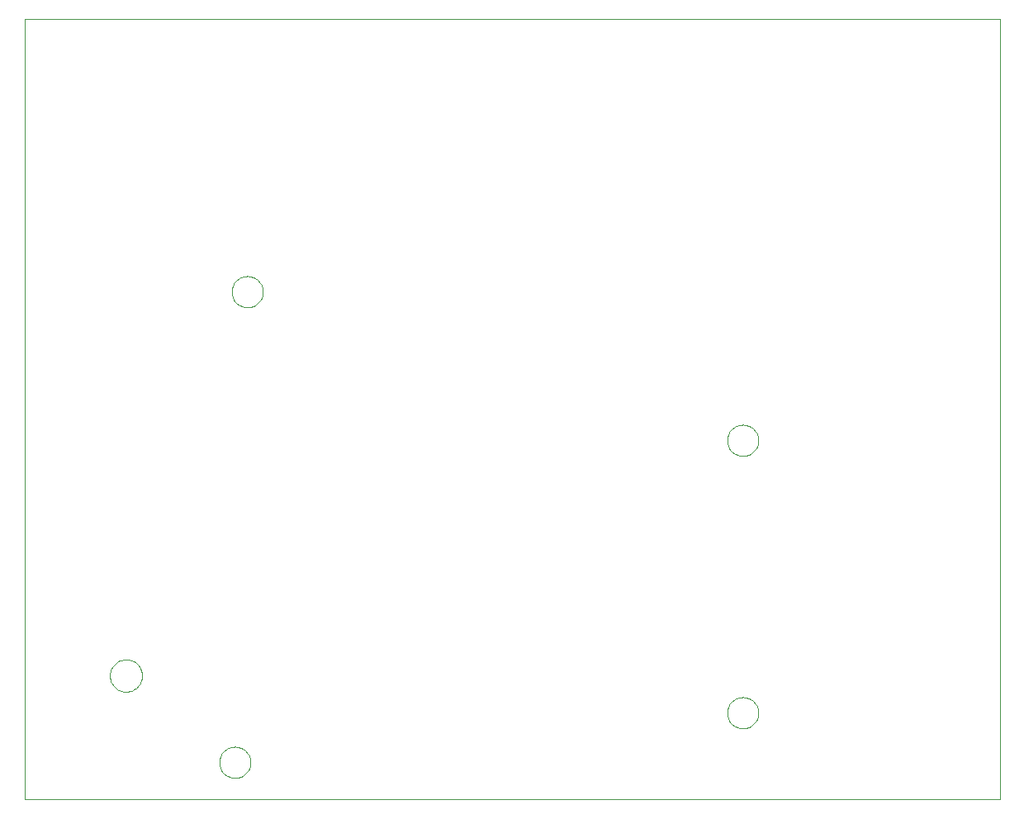
<source format=gbo>
G75*
%MOIN*%
%OFA0B0*%
%FSLAX24Y24*%
%IPPOS*%
%LPD*%
%AMOC8*
5,1,8,0,0,1.08239X$1,22.5*
%
%ADD10C,0.0000*%
D10*
X000100Y000100D02*
X000100Y031596D01*
X039470Y031596D01*
X039470Y000100D01*
X000100Y000100D01*
X003550Y005100D02*
X003552Y005150D01*
X003558Y005200D01*
X003568Y005250D01*
X003581Y005298D01*
X003598Y005346D01*
X003619Y005392D01*
X003643Y005436D01*
X003671Y005478D01*
X003702Y005518D01*
X003736Y005555D01*
X003773Y005590D01*
X003812Y005621D01*
X003853Y005650D01*
X003897Y005675D01*
X003943Y005697D01*
X003990Y005715D01*
X004038Y005729D01*
X004087Y005740D01*
X004137Y005747D01*
X004187Y005750D01*
X004238Y005749D01*
X004288Y005744D01*
X004338Y005735D01*
X004386Y005723D01*
X004434Y005706D01*
X004480Y005686D01*
X004525Y005663D01*
X004568Y005636D01*
X004608Y005606D01*
X004646Y005573D01*
X004681Y005537D01*
X004714Y005498D01*
X004743Y005457D01*
X004769Y005414D01*
X004792Y005369D01*
X004811Y005322D01*
X004826Y005274D01*
X004838Y005225D01*
X004846Y005175D01*
X004850Y005125D01*
X004850Y005075D01*
X004846Y005025D01*
X004838Y004975D01*
X004826Y004926D01*
X004811Y004878D01*
X004792Y004831D01*
X004769Y004786D01*
X004743Y004743D01*
X004714Y004702D01*
X004681Y004663D01*
X004646Y004627D01*
X004608Y004594D01*
X004568Y004564D01*
X004525Y004537D01*
X004480Y004514D01*
X004434Y004494D01*
X004386Y004477D01*
X004338Y004465D01*
X004288Y004456D01*
X004238Y004451D01*
X004187Y004450D01*
X004137Y004453D01*
X004087Y004460D01*
X004038Y004471D01*
X003990Y004485D01*
X003943Y004503D01*
X003897Y004525D01*
X003853Y004550D01*
X003812Y004579D01*
X003773Y004610D01*
X003736Y004645D01*
X003702Y004682D01*
X003671Y004722D01*
X003643Y004764D01*
X003619Y004808D01*
X003598Y004854D01*
X003581Y004902D01*
X003568Y004950D01*
X003558Y005000D01*
X003552Y005050D01*
X003550Y005100D01*
X007970Y001600D02*
X007972Y001650D01*
X007978Y001700D01*
X007988Y001749D01*
X008002Y001797D01*
X008019Y001844D01*
X008040Y001889D01*
X008065Y001933D01*
X008093Y001974D01*
X008125Y002013D01*
X008159Y002050D01*
X008196Y002084D01*
X008236Y002114D01*
X008278Y002141D01*
X008322Y002165D01*
X008368Y002186D01*
X008415Y002202D01*
X008463Y002215D01*
X008513Y002224D01*
X008562Y002229D01*
X008613Y002230D01*
X008663Y002227D01*
X008712Y002220D01*
X008761Y002209D01*
X008809Y002194D01*
X008855Y002176D01*
X008900Y002154D01*
X008943Y002128D01*
X008984Y002099D01*
X009023Y002067D01*
X009059Y002032D01*
X009091Y001994D01*
X009121Y001954D01*
X009148Y001911D01*
X009171Y001867D01*
X009190Y001821D01*
X009206Y001773D01*
X009218Y001724D01*
X009226Y001675D01*
X009230Y001625D01*
X009230Y001575D01*
X009226Y001525D01*
X009218Y001476D01*
X009206Y001427D01*
X009190Y001379D01*
X009171Y001333D01*
X009148Y001289D01*
X009121Y001246D01*
X009091Y001206D01*
X009059Y001168D01*
X009023Y001133D01*
X008984Y001101D01*
X008943Y001072D01*
X008900Y001046D01*
X008855Y001024D01*
X008809Y001006D01*
X008761Y000991D01*
X008712Y000980D01*
X008663Y000973D01*
X008613Y000970D01*
X008562Y000971D01*
X008513Y000976D01*
X008463Y000985D01*
X008415Y000998D01*
X008368Y001014D01*
X008322Y001035D01*
X008278Y001059D01*
X008236Y001086D01*
X008196Y001116D01*
X008159Y001150D01*
X008125Y001187D01*
X008093Y001226D01*
X008065Y001267D01*
X008040Y001311D01*
X008019Y001356D01*
X008002Y001403D01*
X007988Y001451D01*
X007978Y001500D01*
X007972Y001550D01*
X007970Y001600D01*
X028470Y003600D02*
X028472Y003650D01*
X028478Y003700D01*
X028488Y003749D01*
X028502Y003797D01*
X028519Y003844D01*
X028540Y003889D01*
X028565Y003933D01*
X028593Y003974D01*
X028625Y004013D01*
X028659Y004050D01*
X028696Y004084D01*
X028736Y004114D01*
X028778Y004141D01*
X028822Y004165D01*
X028868Y004186D01*
X028915Y004202D01*
X028963Y004215D01*
X029013Y004224D01*
X029062Y004229D01*
X029113Y004230D01*
X029163Y004227D01*
X029212Y004220D01*
X029261Y004209D01*
X029309Y004194D01*
X029355Y004176D01*
X029400Y004154D01*
X029443Y004128D01*
X029484Y004099D01*
X029523Y004067D01*
X029559Y004032D01*
X029591Y003994D01*
X029621Y003954D01*
X029648Y003911D01*
X029671Y003867D01*
X029690Y003821D01*
X029706Y003773D01*
X029718Y003724D01*
X029726Y003675D01*
X029730Y003625D01*
X029730Y003575D01*
X029726Y003525D01*
X029718Y003476D01*
X029706Y003427D01*
X029690Y003379D01*
X029671Y003333D01*
X029648Y003289D01*
X029621Y003246D01*
X029591Y003206D01*
X029559Y003168D01*
X029523Y003133D01*
X029484Y003101D01*
X029443Y003072D01*
X029400Y003046D01*
X029355Y003024D01*
X029309Y003006D01*
X029261Y002991D01*
X029212Y002980D01*
X029163Y002973D01*
X029113Y002970D01*
X029062Y002971D01*
X029013Y002976D01*
X028963Y002985D01*
X028915Y002998D01*
X028868Y003014D01*
X028822Y003035D01*
X028778Y003059D01*
X028736Y003086D01*
X028696Y003116D01*
X028659Y003150D01*
X028625Y003187D01*
X028593Y003226D01*
X028565Y003267D01*
X028540Y003311D01*
X028519Y003356D01*
X028502Y003403D01*
X028488Y003451D01*
X028478Y003500D01*
X028472Y003550D01*
X028470Y003600D01*
X028470Y014600D02*
X028472Y014650D01*
X028478Y014700D01*
X028488Y014749D01*
X028502Y014797D01*
X028519Y014844D01*
X028540Y014889D01*
X028565Y014933D01*
X028593Y014974D01*
X028625Y015013D01*
X028659Y015050D01*
X028696Y015084D01*
X028736Y015114D01*
X028778Y015141D01*
X028822Y015165D01*
X028868Y015186D01*
X028915Y015202D01*
X028963Y015215D01*
X029013Y015224D01*
X029062Y015229D01*
X029113Y015230D01*
X029163Y015227D01*
X029212Y015220D01*
X029261Y015209D01*
X029309Y015194D01*
X029355Y015176D01*
X029400Y015154D01*
X029443Y015128D01*
X029484Y015099D01*
X029523Y015067D01*
X029559Y015032D01*
X029591Y014994D01*
X029621Y014954D01*
X029648Y014911D01*
X029671Y014867D01*
X029690Y014821D01*
X029706Y014773D01*
X029718Y014724D01*
X029726Y014675D01*
X029730Y014625D01*
X029730Y014575D01*
X029726Y014525D01*
X029718Y014476D01*
X029706Y014427D01*
X029690Y014379D01*
X029671Y014333D01*
X029648Y014289D01*
X029621Y014246D01*
X029591Y014206D01*
X029559Y014168D01*
X029523Y014133D01*
X029484Y014101D01*
X029443Y014072D01*
X029400Y014046D01*
X029355Y014024D01*
X029309Y014006D01*
X029261Y013991D01*
X029212Y013980D01*
X029163Y013973D01*
X029113Y013970D01*
X029062Y013971D01*
X029013Y013976D01*
X028963Y013985D01*
X028915Y013998D01*
X028868Y014014D01*
X028822Y014035D01*
X028778Y014059D01*
X028736Y014086D01*
X028696Y014116D01*
X028659Y014150D01*
X028625Y014187D01*
X028593Y014226D01*
X028565Y014267D01*
X028540Y014311D01*
X028519Y014356D01*
X028502Y014403D01*
X028488Y014451D01*
X028478Y014500D01*
X028472Y014550D01*
X028470Y014600D01*
X008470Y020600D02*
X008472Y020650D01*
X008478Y020700D01*
X008488Y020749D01*
X008502Y020797D01*
X008519Y020844D01*
X008540Y020889D01*
X008565Y020933D01*
X008593Y020974D01*
X008625Y021013D01*
X008659Y021050D01*
X008696Y021084D01*
X008736Y021114D01*
X008778Y021141D01*
X008822Y021165D01*
X008868Y021186D01*
X008915Y021202D01*
X008963Y021215D01*
X009013Y021224D01*
X009062Y021229D01*
X009113Y021230D01*
X009163Y021227D01*
X009212Y021220D01*
X009261Y021209D01*
X009309Y021194D01*
X009355Y021176D01*
X009400Y021154D01*
X009443Y021128D01*
X009484Y021099D01*
X009523Y021067D01*
X009559Y021032D01*
X009591Y020994D01*
X009621Y020954D01*
X009648Y020911D01*
X009671Y020867D01*
X009690Y020821D01*
X009706Y020773D01*
X009718Y020724D01*
X009726Y020675D01*
X009730Y020625D01*
X009730Y020575D01*
X009726Y020525D01*
X009718Y020476D01*
X009706Y020427D01*
X009690Y020379D01*
X009671Y020333D01*
X009648Y020289D01*
X009621Y020246D01*
X009591Y020206D01*
X009559Y020168D01*
X009523Y020133D01*
X009484Y020101D01*
X009443Y020072D01*
X009400Y020046D01*
X009355Y020024D01*
X009309Y020006D01*
X009261Y019991D01*
X009212Y019980D01*
X009163Y019973D01*
X009113Y019970D01*
X009062Y019971D01*
X009013Y019976D01*
X008963Y019985D01*
X008915Y019998D01*
X008868Y020014D01*
X008822Y020035D01*
X008778Y020059D01*
X008736Y020086D01*
X008696Y020116D01*
X008659Y020150D01*
X008625Y020187D01*
X008593Y020226D01*
X008565Y020267D01*
X008540Y020311D01*
X008519Y020356D01*
X008502Y020403D01*
X008488Y020451D01*
X008478Y020500D01*
X008472Y020550D01*
X008470Y020600D01*
M02*

</source>
